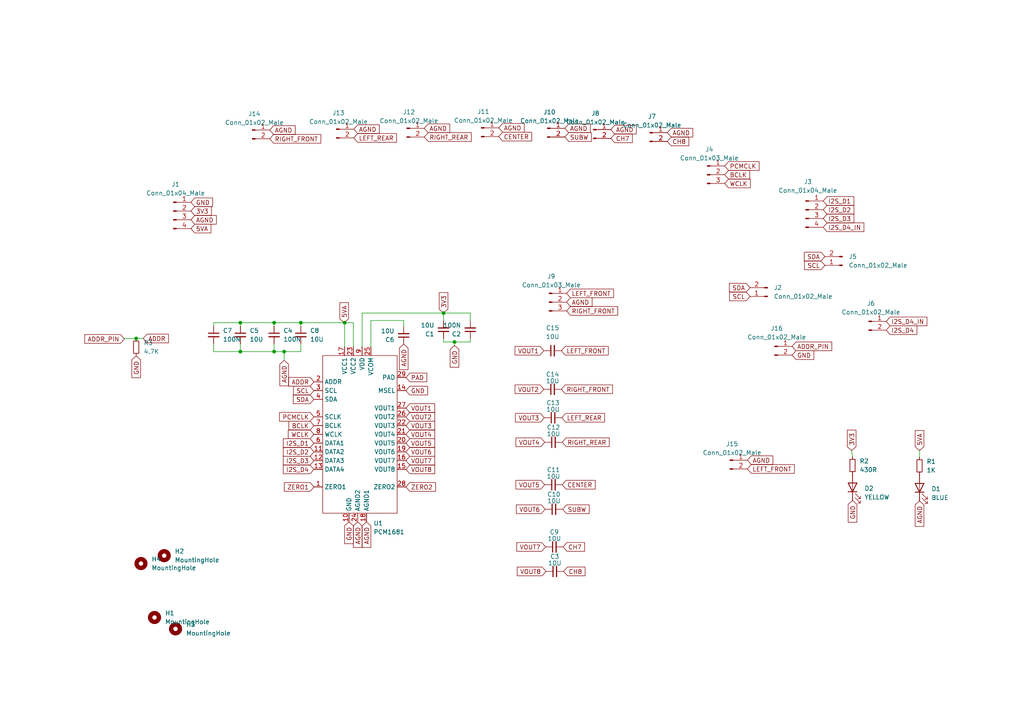
<source format=kicad_sch>
(kicad_sch (version 20230121) (generator eeschema)
  (paper "A4")
  (lib_symbols
    (symbol "Analog_DAC:PCM1681"
      (property "Reference" "U" (at -2.54 22.86 0))
      (property "Value" "PCM1681" (at -2.54 -11.43 0))
      (symbol "PCM1681_0_1"
        (polyline (pts (xy -12.7 36.83) (xy -12.7 44.45) (xy 8.89 44.45) (xy 8.89 -1.27) (xy -12.7 -1.27) (xy -12.7 36.83)))
      )
      (symbol "PCM1681_1_1"
        (pin output line (at -15.24 6.35 0) (length 2.54) (name "ZERO1") (number "1"))
        (pin input line (at -5.08 -3.81 90) (length 2.54) (name "GND") (number "10"))
        (pin input line (at -15.24 16.51 0) (length 2.54) (name "DATA2") (number "11"))
        (pin input line (at -15.24 13.97 0) (length 2.54) (name "DATA3") (number "12"))
        (pin input line (at -15.24 11.43 0) (length 2.54) (name "DATA4") (number "13"))
        (pin input line (at 11.43 34.29 180) (length 2.54) (name "MSEL") (number "14"))
        (pin output line (at 11.43 11.43 180) (length 2.54) (name "VOUT8") (number "15"))
        (pin output line (at 11.43 13.97 180) (length 2.54) (name "VOUT7") (number "16"))
        (pin output line (at -6.35 46.99 270) (length 2.54) (name "VCC1") (number "17"))
        (pin input line (at 0 -3.81 90) (length 2.54) (name "AGND1") (number "18"))
        (pin output line (at 11.43 16.51 180) (length 2.54) (name "VOUT6") (number "19"))
        (pin output line (at -15.24 36.83 0) (length 2.54) (name "ADDR") (number "2"))
        (pin output line (at 11.43 19.05 180) (length 2.54) (name "VOUT5") (number "20"))
        (pin output line (at 11.43 21.59 180) (length 2.54) (name "VOUT4") (number "21"))
        (pin output line (at 11.43 24.13 180) (length 2.54) (name "VOUT3") (number "22"))
        (pin output line (at -3.81 46.99 270) (length 2.54) (name "VCC2") (number "23"))
        (pin input line (at -2.54 -3.81 90) (length 2.54) (name "AGND2") (number "24"))
        (pin output line (at 1.27 46.99 270) (length 2.54) (name "VCOM") (number "25"))
        (pin output line (at 11.43 26.67 180) (length 2.54) (name "VOUT2") (number "26"))
        (pin output line (at 11.43 29.21 180) (length 2.54) (name "VOUT1") (number "27"))
        (pin output line (at 11.43 6.35 180) (length 2.54) (name "ZERO2") (number "28"))
        (pin input line (at 11.43 38.1 180) (length 2.54) (name "PAD") (number "29"))
        (pin input line (at -15.24 34.29 0) (length 2.54) (name "SCL") (number "3"))
        (pin input line (at -15.24 31.75 0) (length 2.54) (name "SDA") (number "4"))
        (pin input line (at -15.24 26.67 0) (length 2.54) (name "SCLK") (number "5"))
        (pin input line (at -15.24 19.05 0) (length 2.54) (name "DATA1") (number "6"))
        (pin input line (at -15.24 24.13 0) (length 2.54) (name "BCLK") (number "7"))
        (pin input line (at -15.24 21.59 0) (length 2.54) (name "WCLK") (number "8"))
        (pin input line (at -1.27 46.99 270) (length 2.54) (name "VDD") (number "9"))
      )
    )
    (symbol "Connector:Conn_01x02_Male" (pin_names (offset 1.016) hide)
      (property "Reference" "J" (at 0 2.54 0))
      (property "Value" "Conn_01x02_Male" (at 0 -5.08 0))
      (symbol "Conn_01x02_Male_1_1"
        (polyline (pts (xy 1.27 -2.54) (xy 0.8636 -2.54)) (stroke (width 0.1524)))
        (polyline (pts (xy 1.27 0) (xy 0.8636 0)) (stroke (width 0.1524)))
        (rectangle (start 0.8636 -2.413) (end 0 -2.667) (stroke (width 0.1524)) (fill (type outline)))
        (rectangle (start 0.8636 0.127) (end 0 -0.127) (stroke (width 0.1524)) (fill (type outline)))
        (pin passive line (at 5.08 0 180) (length 3.81) (name "Pin_1") (number "1"))
        (pin passive line (at 5.08 -2.54 180) (length 3.81) (name "Pin_2") (number "2"))
      )
    )
    (symbol "Connector:Conn_01x03_Male" (pin_names (offset 1.016) hide)
      (property "Reference" "J" (at 0 5.08 0))
      (property "Value" "Conn_01x03_Male" (at 0 -5.08 0))
      (symbol "Conn_01x03_Male_1_1"
        (polyline (pts (xy 1.27 -2.54) (xy 0.8636 -2.54)) (stroke (width 0.1524)))
        (polyline (pts (xy 1.27 0) (xy 0.8636 0)) (stroke (width 0.1524)))
        (polyline (pts (xy 1.27 2.54) (xy 0.8636 2.54)) (stroke (width 0.1524)))
        (rectangle (start 0.8636 -2.413) (end 0 -2.667) (stroke (width 0.1524)) (fill (type outline)))
        (rectangle (start 0.8636 0.127) (end 0 -0.127) (stroke (width 0.1524)) (fill (type outline)))
        (rectangle (start 0.8636 2.667) (end 0 2.413) (stroke (width 0.1524)) (fill (type outline)))
        (pin passive line (at 5.08 2.54 180) (length 3.81) (name "Pin_1") (number "1"))
        (pin passive line (at 5.08 0 180) (length 3.81) (name "Pin_2") (number "2"))
        (pin passive line (at 5.08 -2.54 180) (length 3.81) (name "Pin_3") (number "3"))
      )
    )
    (symbol "Connector:Conn_01x04_Male" (pin_names (offset 1.016) hide)
      (property "Reference" "J" (at 0 5.08 0))
      (property "Value" "Conn_01x04_Male" (at 0 -7.62 0))
      (symbol "Conn_01x04_Male_1_1"
        (polyline (pts (xy 1.27 -5.08) (xy 0.8636 -5.08)) (stroke (width 0.1524)))
        (polyline (pts (xy 1.27 -2.54) (xy 0.8636 -2.54)) (stroke (width 0.1524)))
        (polyline (pts (xy 1.27 0) (xy 0.8636 0)) (stroke (width 0.1524)))
        (polyline (pts (xy 1.27 2.54) (xy 0.8636 2.54)) (stroke (width 0.1524)))
        (rectangle (start 0.8636 -4.953) (end 0 -5.207) (stroke (width 0.1524)) (fill (type outline)))
        (rectangle (start 0.8636 -2.413) (end 0 -2.667) (stroke (width 0.1524)) (fill (type outline)))
        (rectangle (start 0.8636 0.127) (end 0 -0.127) (stroke (width 0.1524)) (fill (type outline)))
        (rectangle (start 0.8636 2.667) (end 0 2.413) (stroke (width 0.1524)) (fill (type outline)))
        (pin passive line (at 5.08 2.54 180) (length 3.81) (name "Pin_1") (number "1"))
        (pin passive line (at 5.08 0 180) (length 3.81) (name "Pin_2") (number "2"))
        (pin passive line (at 5.08 -2.54 180) (length 3.81) (name "Pin_3") (number "3"))
        (pin passive line (at 5.08 -5.08 180) (length 3.81) (name "Pin_4") (number "4"))
      )
    )
    (symbol "Device:C_Small" (pin_numbers hide) (pin_names (offset 0.254) hide)
      (property "Reference" "C" (at 0.254 1.778 0))
      (property "Value" "C_Small" (at 0.254 -2.032 0))
      (symbol "C_Small_0_1"
        (polyline (pts (xy -1.524 -0.508) (xy 1.524 -0.508)) (stroke (width 0.3302)))
        (polyline (pts (xy -1.524 0.508) (xy 1.524 0.508)) (stroke (width 0.3048)))
      )
      (symbol "C_Small_1_1"
        (pin passive line (at 0 2.54 270) (length 2.032) (name "~") (number "1"))
        (pin passive line (at 0 -2.54 90) (length 2.032) (name "~") (number "2"))
      )
    )
    (symbol "Device:LED" (pin_numbers hide) (pin_names (offset 1.016) hide)
      (property "Reference" "D" (at 0 2.54 0))
      (property "Value" "LED" (at 0 -2.54 0))
      (symbol "LED_0_1"
        (polyline (pts (xy -1.27 -1.27) (xy -1.27 1.27)) (stroke (width 0.254)))
        (polyline (pts (xy -1.27 0) (xy 1.27 0)))
        (polyline (pts (xy 1.27 -1.27) (xy 1.27 1.27) (xy -1.27 0) (xy 1.27 -1.27)) (stroke (width 0.254)))
        (polyline (pts (xy -3.048 -0.762) (xy -4.572 -2.286) (xy -3.81 -2.286) (xy -4.572 -2.286) (xy -4.572 -1.524)))
        (polyline (pts (xy -1.778 -0.762) (xy -3.302 -2.286) (xy -2.54 -2.286) (xy -3.302 -2.286) (xy -3.302 -1.524)))
      )
      (symbol "LED_1_1"
        (pin passive line (at -3.81 0 0) (length 2.54) (name "K") (number "1"))
        (pin passive line (at 3.81 0 180) (length 2.54) (name "A") (number "2"))
      )
    )
    (symbol "Device:R_Small" (pin_numbers hide) (pin_names (offset 0.254) hide)
      (property "Reference" "R" (at 0.762 0.508 0))
      (property "Value" "R_Small" (at 0.762 -1.016 0))
      (symbol "R_Small_0_1"
        (rectangle (start -0.762 1.778) (end 0.762 -1.778) (stroke (width 0.2032)))
      )
      (symbol "R_Small_1_1"
        (pin passive line (at 0 2.54 270) (length 0.762) (name "~") (number "1"))
        (pin passive line (at 0 -2.54 90) (length 0.762) (name "~") (number "2"))
      )
    )
    (symbol "Mechanical:MountingHole" (pin_names (offset 1.016))
      (property "Reference" "H" (at 0 5.08 0))
      (property "Value" "MountingHole" (at 0 3.175 0))
      (symbol "MountingHole_0_1"
        (circle (center 0 0) (radius 1.27) (stroke (width 1.27)))
      )
    )
  )
  (junction (at 87.249 93.599))
  (junction (at 99.949 93.599))
  (junction (at 69.723 93.599))
  (junction (at 82.423 101.981))
  (junction (at 79.502 101.981))
  (junction (at 39.497 98.171))
  (junction (at 69.723 101.981))
  (junction (at 131.826 99.187))
  (junction (at 79.502 93.599))
  (junction (at 128.651 90.805))
  (wire (pts (xy 136.398 90.805) (xy 128.651 90.805)))
  (wire (pts (xy 128.651 93.091) (xy 128.651 90.805)))
  (wire (pts (xy 79.502 94.615) (xy 79.502 93.599)))
  (wire (pts (xy 36.068 98.171) (xy 36.068 98.298)))
  (wire (pts (xy 39.497 98.171) (xy 41.529 98.171)))
  (wire (pts (xy 79.502 93.599) (xy 87.249 93.599)))
  (wire (pts (xy 69.723 101.981) (xy 79.502 101.981)))
  (wire (pts (xy 117.094 92.964) (xy 117.094 94.742)))
  (wire (pts (xy 69.723 99.695) (xy 69.723 101.981)))
  (wire (pts (xy 102.489 100.584) (xy 102.489 93.599)))
  (wire (pts (xy 87.249 101.981) (xy 82.423 101.981)))
  (wire (pts (xy 39.497 98.171) (xy 36.068 98.171)))
  (wire (pts (xy 99.949 100.584) (xy 99.949 93.599)))
  (wire (pts (xy 128.651 99.187) (xy 128.651 98.171)))
  (wire (pts (xy 87.249 99.695) (xy 87.249 101.981)))
  (wire (pts (xy 82.423 101.981) (xy 79.502 101.981)))
  (wire (pts (xy 107.569 92.964) (xy 117.094 92.964)))
  (wire (pts (xy 69.723 93.599) (xy 79.502 93.599)))
  (wire (pts (xy 82.423 101.981) (xy 82.423 104.521)))
  (wire (pts (xy 136.398 99.187) (xy 131.826 99.187)))
  (wire (pts (xy 61.976 94.615) (xy 61.976 93.599)))
  (wire (pts (xy 61.976 93.599) (xy 69.723 93.599)))
  (wire (pts (xy 247.015 130.683) (xy 247.269 132.461)))
  (wire (pts (xy 61.976 101.981) (xy 69.723 101.981)))
  (wire (pts (xy 136.398 98.171) (xy 136.398 99.187)))
  (wire (pts (xy 105.029 100.584) (xy 105.029 90.805)))
  (wire (pts (xy 79.502 101.981) (xy 79.502 99.695)))
  (wire (pts (xy 136.398 90.805) (xy 136.398 93.091)))
  (wire (pts (xy 131.826 99.187) (xy 128.651 99.187)))
  (wire (pts (xy 69.723 93.599) (xy 69.723 94.615)))
  (wire (pts (xy 87.249 93.599) (xy 87.249 94.615)))
  (wire (pts (xy 102.489 93.599) (xy 99.949 93.599)))
  (wire (pts (xy 107.569 100.584) (xy 107.569 92.964)))
  (wire (pts (xy 105.029 90.805) (xy 128.651 90.805)))
  (wire (pts (xy 61.976 101.981) (xy 61.976 99.695)))
  (wire (pts (xy 266.7 130.683) (xy 266.7 132.588)))
  (wire (pts (xy 87.249 93.599) (xy 99.949 93.599)))
  (wire (pts (xy 131.826 99.187) (xy 131.826 100.203)))
  (global_label "VOUT8" (shape input) (at 117.729 136.144 0) (property "Intersheetrefs" "${INTERSHEET_REFS}" (effects hide)))
  (global_label "SCL" (shape input) (at 91.059 113.284 180) (property "Intersheetrefs" "${INTERSHEET_REFS}" (effects hide)))
  (global_label "I2S_D3" (shape input) (at 91.059 133.604 180) (property "Intersheetrefs" "${INTERSHEET_REFS}" (effects hide)))
  (global_label "I2S_D2" (shape input) (at 238.76 60.833 0) (property "Intersheetrefs" "${INTERSHEET_REFS}" (effects hide)))
  (global_label "VOUT4" (shape input) (at 157.988 128.27 180) (property "Intersheetrefs" "${INTERSHEET_REFS}" (effects hide)))
  (global_label "LEFT_REAR" (shape input) (at 102.616 40.005 0) (property "Intersheetrefs" "${INTERSHEET_REFS}" (effects hide)))
  (global_label "VOUT2" (shape input) (at 117.729 120.904 0) (property "Intersheetrefs" "${INTERSHEET_REFS}" (effects hide)))
  (global_label "RIGHT_REAR" (shape input) (at 163.068 128.27 0) (property "Intersheetrefs" "${INTERSHEET_REFS}" (effects hide)))
  (global_label "AGND" (shape input) (at 163.83 37.211 0) (property "Intersheetrefs" "${INTERSHEET_REFS}" (effects hide)))
  (global_label "VOUT6" (shape input) (at 117.729 131.064 0) (property "Intersheetrefs" "${INTERSHEET_REFS}" (effects hide)))
  (global_label "LEFT_FRONT" (shape input) (at 164.338 85.09 0) (property "Intersheetrefs" "${INTERSHEET_REFS}" (effects hide)))
  (global_label "SDA" (shape input) (at 217.551 83.439 180) (property "Intersheetrefs" "${INTERSHEET_REFS}" (effects hide)))
  (global_label "AGND" (shape input) (at 177.165 37.592 0) (property "Intersheetrefs" "${INTERSHEET_REFS}" (effects hide)))
  (global_label "RIGHT_FRONT" (shape input) (at 164.338 90.17 0) (property "Intersheetrefs" "${INTERSHEET_REFS}" (effects hide)))
  (global_label "BCLK" (shape input) (at 210.185 50.673 0) (property "Intersheetrefs" "${INTERSHEET_REFS}" (effects hide)))
  (global_label "I2S_D4_IN" (shape input) (at 257.048 93.218 0) (property "Intersheetrefs" "${INTERSHEET_REFS}" (effects hide)))
  (global_label "LEFT_REAR" (shape input) (at 162.941 121.158 0) (property "Intersheetrefs" "${INTERSHEET_REFS}" (effects hide)))
  (global_label "I2S_D4" (shape input) (at 257.048 95.758 0) (property "Intersheetrefs" "${INTERSHEET_REFS}" (effects hide)))
  (global_label "CENTER" (shape input) (at 144.653 39.624 0) (property "Intersheetrefs" "${INTERSHEET_REFS}" (effects hide)))
  (global_label "I2S_D4" (shape input) (at 91.059 136.144 180) (property "Intersheetrefs" "${INTERSHEET_REFS}" (effects hide)))
  (global_label "GND" (shape input) (at 39.497 103.251 270) (property "Intersheetrefs" "${INTERSHEET_REFS}" (effects hide)))
  (global_label "AGND" (shape input) (at 103.759 151.384 270) (property "Intersheetrefs" "${INTERSHEET_REFS}" (effects hide)))
  (global_label "AGND" (shape input) (at 144.653 37.084 0) (property "Intersheetrefs" "${INTERSHEET_REFS}" (effects hide)))
  (global_label "WCLK" (shape input) (at 210.185 53.213 0) (property "Intersheetrefs" "${INTERSHEET_REFS}" (effects hide)))
  (global_label "PCMCLK" (shape input) (at 210.185 48.133 0) (property "Intersheetrefs" "${INTERSHEET_REFS}" (effects hide)))
  (global_label "AGND" (shape input) (at 82.423 104.521 270) (property "Intersheetrefs" "${INTERSHEET_REFS}" (effects hide)))
  (global_label "5VA" (shape input) (at 99.822 93.599 90) (property "Intersheetrefs" "${INTERSHEET_REFS}" (effects hide)))
  (global_label "SDA" (shape input) (at 239.268 74.422 180) (property "Intersheetrefs" "${INTERSHEET_REFS}" (effects hide)))
  (global_label "VOUT3" (shape input) (at 117.729 123.444 0) (property "Intersheetrefs" "${INTERSHEET_REFS}" (effects hide)))
  (global_label "GND" (shape input) (at 101.219 151.384 270) (property "Intersheetrefs" "${INTERSHEET_REFS}" (effects hide)))
  (global_label "5VA" (shape input) (at 55.372 66.294 0) (property "Intersheetrefs" "${INTERSHEET_REFS}" (effects hide)))
  (global_label "AGND" (shape input) (at 78.232 37.719 0) (property "Intersheetrefs" "${INTERSHEET_REFS}" (effects hide)))
  (global_label "I2S_D1" (shape input) (at 91.059 128.524 180) (property "Intersheetrefs" "${INTERSHEET_REFS}" (effects hide)))
  (global_label "CH7" (shape input) (at 177.165 40.132 0) (property "Intersheetrefs" "${INTERSHEET_REFS}" (effects hide)))
  (global_label "LEFT_FRONT" (shape input) (at 216.789 136.017 0) (property "Intersheetrefs" "${INTERSHEET_REFS}" (effects hide)))
  (global_label "SUBW" (shape input) (at 163.83 39.751 0) (property "Intersheetrefs" "${INTERSHEET_REFS}" (effects hide)))
  (global_label "AGND" (shape input) (at 216.789 133.477 0) (property "Intersheetrefs" "${INTERSHEET_REFS}" (effects hide)))
  (global_label "AGND" (shape input) (at 193.548 38.481 0) (property "Intersheetrefs" "${INTERSHEET_REFS}" (effects hide)))
  (global_label "AGND" (shape input) (at 102.616 37.465 0) (property "Intersheetrefs" "${INTERSHEET_REFS}" (effects hide)))
  (global_label "ZERO2" (shape input) (at 117.729 141.224 0) (property "Intersheetrefs" "${INTERSHEET_REFS}" (effects hide)))
  (global_label "LEFT_FRONT" (shape input) (at 162.814 101.727 0) (property "Intersheetrefs" "${INTERSHEET_REFS}" (effects hide)))
  (global_label "VOUT5" (shape input) (at 117.729 128.524 0) (property "Intersheetrefs" "${INTERSHEET_REFS}" (effects hide)))
  (global_label "GND" (shape input) (at 229.743 102.997 0) (property "Intersheetrefs" "${INTERSHEET_REFS}" (effects hide)))
  (global_label "3V3" (shape input) (at 55.372 61.214 0) (property "Intersheetrefs" "${INTERSHEET_REFS}" (effects hide)))
  (global_label "AGND" (shape input) (at 123.063 37.211 0) (property "Intersheetrefs" "${INTERSHEET_REFS}" (effects hide)))
  (global_label "ADDR" (shape input) (at 41.529 98.171 0) (property "Intersheetrefs" "${INTERSHEET_REFS}" (effects hide)))
  (global_label "AGND" (shape input) (at 117.094 99.822 270) (property "Intersheetrefs" "${INTERSHEET_REFS}" (effects hide)))
  (global_label "RIGHT_FRONT" (shape input) (at 162.814 112.903 0) (property "Intersheetrefs" "${INTERSHEET_REFS}" (effects hide)))
  (global_label "VOUT2" (shape input) (at 157.734 112.903 180) (property "Intersheetrefs" "${INTERSHEET_REFS}" (effects hide)))
  (global_label "ADDR_PIN" (shape input) (at 229.743 100.457 0) (property "Intersheetrefs" "${INTERSHEET_REFS}" (effects hide)))
  (global_label "3V3" (shape input) (at 128.651 90.805 90) (property "Intersheetrefs" "${INTERSHEET_REFS}" (effects hide)))
  (global_label "VOUT8" (shape input) (at 158.369 165.735 180) (property "Intersheetrefs" "${INTERSHEET_REFS}" (effects hide)))
  (global_label "I2S_D1" (shape input) (at 238.76 58.293 0) (property "Intersheetrefs" "${INTERSHEET_REFS}" (effects hide)))
  (global_label "WCLK" (shape input) (at 91.059 125.984 180) (property "Intersheetrefs" "${INTERSHEET_REFS}" (effects hide)))
  (global_label "GND" (shape input) (at 131.826 100.203 270) (property "Intersheetrefs" "${INTERSHEET_REFS}" (effects hide)))
  (global_label "AGND" (shape input) (at 266.7 145.288 270) (property "Intersheetrefs" "${INTERSHEET_REFS}" (effects hide)))
  (global_label "5VA" (shape input) (at 266.7 130.683 90) (property "Intersheetrefs" "${INTERSHEET_REFS}" (effects hide)))
  (global_label "CENTER" (shape input) (at 163.068 140.589 0) (property "Intersheetrefs" "${INTERSHEET_REFS}" (effects hide)))
  (global_label "I2S_D4_IN" (shape input) (at 238.76 65.913 0) (property "Intersheetrefs" "${INTERSHEET_REFS}" (effects hide)))
  (global_label "VOUT7" (shape input) (at 117.729 133.604 0) (property "Intersheetrefs" "${INTERSHEET_REFS}" (effects hide)))
  (global_label "GND" (shape input) (at 117.729 113.284 0) (property "Intersheetrefs" "${INTERSHEET_REFS}" (effects hide)))
  (global_label "PAD" (shape input) (at 117.729 109.474 0) (property "Intersheetrefs" "${INTERSHEET_REFS}" (effects hide)))
  (global_label "ZERO1" (shape input) (at 91.059 141.224 180) (property "Intersheetrefs" "${INTERSHEET_REFS}" (effects hide)))
  (global_label "ADDR_PIN" (shape input) (at 36.068 98.298 180) (property "Intersheetrefs" "${INTERSHEET_REFS}" (effects hide)))
  (global_label "I2S_D3" (shape input) (at 238.76 63.373 0) (property "Intersheetrefs" "${INTERSHEET_REFS}" (effects hide)))
  (global_label "PCMCLK" (shape input) (at 91.059 120.904 180) (property "Intersheetrefs" "${INTERSHEET_REFS}" (effects hide)))
  (global_label "GND" (shape input) (at 55.372 58.674 0) (property "Intersheetrefs" "${INTERSHEET_REFS}" (effects hide)))
  (global_label "RIGHT_FRONT" (shape input) (at 78.232 40.259 0) (property "Intersheetrefs" "${INTERSHEET_REFS}" (effects hide)))
  (global_label "I2S_D2" (shape input) (at 91.059 131.064 180) (property "Intersheetrefs" "${INTERSHEET_REFS}" (effects hide)))
  (global_label "VOUT6" (shape input) (at 158.115 147.701 180) (property "Intersheetrefs" "${INTERSHEET_REFS}" (effects hide)))
  (global_label "VOUT4" (shape input) (at 117.729 125.984 0) (property "Intersheetrefs" "${INTERSHEET_REFS}" (effects hide)))
  (global_label "AGND" (shape input) (at 55.372 63.754 0) (property "Intersheetrefs" "${INTERSHEET_REFS}" (effects hide)))
  (global_label "AGND" (shape input) (at 106.299 151.384 270) (property "Intersheetrefs" "${INTERSHEET_REFS}" (effects hide)))
  (global_label "VOUT7" (shape input) (at 158.242 158.623 180) (property "Intersheetrefs" "${INTERSHEET_REFS}" (effects hide)))
  (global_label "3V3" (shape input) (at 247.015 130.683 90) (property "Intersheetrefs" "${INTERSHEET_REFS}" (effects hide)))
  (global_label "ADDR" (shape input) (at 91.059 110.744 180) (property "Intersheetrefs" "${INTERSHEET_REFS}" (effects hide)))
  (global_label "RIGHT_REAR" (shape input) (at 123.063 39.751 0) (property "Intersheetrefs" "${INTERSHEET_REFS}" (effects hide)))
  (global_label "SCL" (shape input) (at 239.268 76.962 180) (property "Intersheetrefs" "${INTERSHEET_REFS}" (effects hide)))
  (global_label "BCLK" (shape input) (at 91.059 123.444 180) (property "Intersheetrefs" "${INTERSHEET_REFS}" (effects hide)))
  (global_label "VOUT5" (shape input) (at 157.988 140.589 180) (property "Intersheetrefs" "${INTERSHEET_REFS}" (effects hide)))
  (global_label "VOUT1" (shape input) (at 117.729 118.364 0) (property "Intersheetrefs" "${INTERSHEET_REFS}" (effects hide)))
  (global_label "SDA" (shape input) (at 91.059 115.824 180) (property "Intersheetrefs" "${INTERSHEET_REFS}" (effects hide)))
  (global_label "VOUT3" (shape input) (at 157.861 121.158 180) (property "Intersheetrefs" "${INTERSHEET_REFS}" (effects hide)))
  (global_label "CH8" (shape input) (at 163.449 165.735 0) (property "Intersheetrefs" "${INTERSHEET_REFS}" (effects hide)))
  (global_label "GND" (shape input) (at 247.269 145.161 270) (property "Intersheetrefs" "${INTERSHEET_REFS}" (effects hide)))
  (global_label "CH7" (shape input) (at 163.322 158.623 0) (property "Intersheetrefs" "${INTERSHEET_REFS}" (effects hide)))
  (global_label "SCL" (shape input) (at 217.551 85.979 180) (property "Intersheetrefs" "${INTERSHEET_REFS}" (effects hide)))
  (global_label "SUBW" (shape input) (at 163.195 147.701 0) (property "Intersheetrefs" "${INTERSHEET_REFS}" (effects hide)))
  (global_label "AGND" (shape input) (at 164.338 87.63 0) (property "Intersheetrefs" "${INTERSHEET_REFS}" (effects hide)))
  (global_label "VOUT1" (shape input) (at 157.734 101.727 180) (property "Intersheetrefs" "${INTERSHEET_REFS}" (effects hide)))
  (global_label "CH8" (shape input) (at 193.548 41.021 0) (property "Intersheetrefs" "${INTERSHEET_REFS}" (effects hide)))
  (symbol (lib_id "Device:C_Small") (at 160.909 165.735 90) (unit 1)
    (property "Reference" "C3" (at 160.909 161.417 90))
    (property "Value" "10U" (at 160.909 163.322 90))
    (property "Footprint" "Capacitor_THT:CP_Radial_D5.0mm_P2.00mm" (effects hide))
  )
  (symbol (lib_id "Device:C_Small") (at 136.398 95.631 180) (unit 1)
    (property "Reference" "C2" (at 133.731 96.8948 0) (effects (justify left)))
    (property "Value" "100N" (at 133.731 94.3548 0) (effects (justify left)))
    (property "Footprint" "Capacitor_SMD:C_0805_2012Metric_Pad1.18x1.45mm_HandSolder" (effects hide))
  )
  (symbol (lib_id "Connector:Conn_01x02_Male") (at 117.983 37.211 0) (unit 1)
    (property "Reference" "J12" (at 118.618 32.512 0))
    (property "Value" "Conn_01x02_Male" (at 118.618 35.052 0))
    (property "Footprint" "Connector_JST:JST_PH_B2B-PH-K_1x02_P2.00mm_Vertical" (effects hide))
  )
  (symbol (lib_id "Device:C_Small") (at 79.502 97.155 0) (unit 1)
    (property "Reference" "C4" (at 82.169 95.8912 0) (effects (justify left)))
    (property "Value" "100N" (at 82.169 98.4312 0) (effects (justify left)))
    (property "Footprint" "Capacitor_SMD:C_0805_2012Metric_Pad1.18x1.45mm_HandSolder" (effects hide))
  )
  (symbol (lib_id "Connector:Conn_01x02_Male") (at 158.75 37.211 0) (unit 1)
    (property "Reference" "J10" (at 159.385 32.512 0))
    (property "Value" "Conn_01x02_Male" (at 159.385 35.052 0))
    (property "Footprint" "Connector_JST:JST_PH_B2B-PH-K_1x02_P2.00mm_Vertical" (effects hide))
  )
  (symbol (lib_id "Connector:Conn_01x02_Male") (at 211.709 133.477 0) (unit 1)
    (property "Reference" "J15" (at 212.344 128.778 0))
    (property "Value" "Conn_01x02_Male" (at 212.344 131.318 0))
    (property "Footprint" "Connector_JST:JST_PH_B2B-PH-K_1x02_P2.00mm_Vertical" (effects hide))
  )
  (symbol (lib_id "Connector:Conn_01x03_Male") (at 205.105 50.673 0) (unit 1)
    (property "Reference" "J4" (at 205.74 43.307 0))
    (property "Value" "Conn_01x03_Male" (at 205.74 45.847 0))
    (property "Footprint" "Connector_JST:JST_PH_B3B-PH-K_1x03_P2.00mm_Vertical" (effects hide))
  )
  (symbol (lib_id "Device:C_Small") (at 160.274 112.903 90) (unit 1)
    (property "Reference" "C14" (at 160.274 108.585 90))
    (property "Value" "10U" (at 160.274 110.49 90))
    (property "Footprint" "Capacitor_THT:CP_Radial_D5.0mm_P2.00mm" (effects hide))
  )
  (symbol (lib_id "Device:R_Small") (at 247.269 135.001 0) (unit 1)
    (property "Reference" "R2" (at 249.301 133.7309 0) (effects (justify left)))
    (property "Value" "430R" (at 249.301 136.2709 0) (effects (justify left)))
    (property "Footprint" "Resistor_SMD:R_0603_1608Metric_Pad0.98x0.95mm_HandSolder" (effects hide))
  )
  (symbol (lib_id "Device:C_Small") (at 117.094 97.282 180) (unit 1)
    (property "Reference" "C6" (at 114.427 98.5458 0) (effects (justify left)))
    (property "Value" "10U" (at 114.427 96.0058 0) (effects (justify left)))
    (property "Footprint" "Capacitor_SMD:C_1206_3216Metric_Pad1.33x1.80mm_HandSolder" (effects hide))
  )
  (symbol (lib_id "Mechanical:MountingHole") (at 47.625 161.163 0) (unit 1)
    (property "Reference" "H2" (at 50.673 159.8929 0) (effects (justify left)))
    (property "Value" "MountingHole" (at 50.673 162.4329 0) (effects (justify left)))
    (property "Footprint" "MountingHole:MountingHole_3.2mm_M3" (effects hide))
  )
  (symbol (lib_id "Device:C_Small") (at 160.274 101.727 90) (unit 1)
    (property "Reference" "C15" (at 160.2803 95.123 90))
    (property "Value" "10U" (at 160.2803 97.663 90))
    (property "Footprint" "Capacitor_THT:CP_Radial_D5.0mm_P2.00mm" (effects hide))
  )
  (symbol (lib_id "Connector:Conn_01x02_Male") (at 139.573 37.084 0) (unit 1)
    (property "Reference" "J11" (at 140.208 32.385 0))
    (property "Value" "Conn_01x02_Male" (at 140.208 34.925 0))
    (property "Footprint" "Connector_JST:JST_PH_B2B-PH-K_1x02_P2.00mm_Vertical" (effects hide))
  )
  (symbol (lib_id "Device:C_Small") (at 160.528 140.589 90) (unit 1)
    (property "Reference" "C11" (at 160.528 136.271 90))
    (property "Value" "10U" (at 160.528 138.176 90))
    (property "Footprint" "Capacitor_THT:CP_Radial_D5.0mm_P2.00mm" (effects hide))
  )
  (symbol (lib_id "Device:R_Small") (at 266.7 135.128 0) (unit 1)
    (property "Reference" "R1" (at 268.732 133.8579 0) (effects (justify left)))
    (property "Value" "1K" (at 268.732 136.3979 0) (effects (justify left)))
    (property "Footprint" "Resistor_SMD:R_0603_1608Metric_Pad0.98x0.95mm_HandSolder" (effects hide))
  )
  (symbol (lib_id "Connector:Conn_01x02_Male") (at 224.663 100.457 0) (unit 1)
    (property "Reference" "J16" (at 225.298 95.25 0))
    (property "Value" "Conn_01x02_Male" (at 225.298 97.79 0))
    (property "Footprint" "Connector_PinHeader_2.54mm:PinHeader_1x02_P2.54mm_Vertical" (effects hide))
  )
  (symbol (lib_id "Device:LED") (at 266.7 141.478 90) (unit 1)
    (property "Reference" "D1" (at 270.129 141.7954 90) (effects (justify right)))
    (property "Value" "BLUE" (at 270.129 144.3354 90) (effects (justify right)))
    (property "Footprint" "LED_SMD:LED_0805_2012Metric_Pad1.15x1.40mm_HandSolder" (effects hide))
  )
  (symbol (lib_id "Connector:Conn_01x02_Male") (at 222.631 85.979 180) (unit 1)
    (property "Reference" "J2" (at 224.409 83.4389 0) (effects (justify right)))
    (property "Value" "Conn_01x02_Male" (at 224.409 85.9789 0) (effects (justify right)))
    (property "Footprint" "Connector_JST:JST_PH_B2B-PH-K_1x02_P2.00mm_Vertical" (effects hide))
  )
  (symbol (lib_id "Connector:Conn_01x02_Male") (at 73.152 37.719 0) (unit 1)
    (property "Reference" "J14" (at 73.787 33.02 0))
    (property "Value" "Conn_01x02_Male" (at 73.787 35.56 0))
    (property "Footprint" "Connector_JST:JST_PH_B2B-PH-K_1x02_P2.00mm_Vertical" (effects hide))
  )
  (symbol (lib_id "Device:C_Small") (at 160.655 147.701 90) (unit 1)
    (property "Reference" "C10" (at 160.655 143.383 90))
    (property "Value" "10U" (at 160.655 145.288 90))
    (property "Footprint" "Capacitor_THT:CP_Radial_D5.0mm_P2.00mm" (effects hide))
  )
  (symbol (lib_id "Device:C_Small") (at 128.651 95.631 180) (unit 1)
    (property "Reference" "C1" (at 125.984 96.8948 0) (effects (justify left)))
    (property "Value" "10U" (at 125.984 94.3548 0) (effects (justify left)))
    (property "Footprint" "Capacitor_SMD:C_1206_3216Metric_Pad1.33x1.80mm_HandSolder" (effects hide))
  )
  (symbol (lib_id "Connector:Conn_01x03_Male") (at 159.258 87.63 0) (unit 1)
    (property "Reference" "J9" (at 159.893 80.137 0))
    (property "Value" "Conn_01x03_Male" (at 159.893 82.677 0))
    (property "Footprint" "Connector_PinHeader_2.54mm:PinHeader_1x03_P2.54mm_Vertical" (effects hide))
  )
  (symbol (lib_id "Connector:Conn_01x04_Male") (at 233.68 60.833 0) (unit 1)
    (property "Reference" "J3" (at 234.315 52.705 0))
    (property "Value" "Conn_01x04_Male" (at 234.315 55.245 0))
    (property "Footprint" "Connector_JST:JST_PH_B4B-PH-K_1x04_P2.00mm_Vertical" (effects hide))
  )
  (symbol (lib_id "Device:C_Small") (at 160.528 128.27 90) (unit 1)
    (property "Reference" "C12" (at 160.528 123.952 90))
    (property "Value" "10U" (at 160.528 125.857 90))
    (property "Footprint" "Capacitor_THT:CP_Radial_D5.0mm_P2.00mm" (effects hide))
  )
  (symbol (lib_id "Device:C_Small") (at 160.782 158.623 90) (unit 1)
    (property "Reference" "C9" (at 160.782 154.305 90))
    (property "Value" "10U" (at 160.782 156.21 90))
    (property "Footprint" "Capacitor_THT:CP_Radial_D5.0mm_P2.00mm" (effects hide))
  )
  (symbol (lib_id "Device:LED") (at 247.269 141.351 90) (unit 1)
    (property "Reference" "D2" (at 250.698 141.6684 90) (effects (justify right)))
    (property "Value" "YELLOW" (at 250.698 144.2084 90) (effects (justify right)))
    (property "Footprint" "LED_SMD:LED_0805_2012Metric_Pad1.15x1.40mm_HandSolder" (effects hide))
  )
  (symbol (lib_id "Analog_DAC:PCM1681") (at 106.299 147.574 0) (unit 1)
    (property "Reference" "U1" (at 108.3184 151.765 0) (effects (justify left)))
    (property "Value" "PCM1681" (at 108.3184 154.305 0) (effects (justify left)))
    (property "Footprint" "Package_SO:HTSSOP-28-1EP_4.4x9.7mm_P0.65mm_EP3.4x9.5mm_Mask2.4x6.17mm_ThermalVias" (effects hide))
  )
  (symbol (lib_id "Connector:Conn_01x02_Male") (at 244.348 76.962 180) (unit 1)
    (property "Reference" "J5" (at 246.126 74.4219 0) (effects (justify right)))
    (property "Value" "Conn_01x02_Male" (at 246.126 76.9619 0) (effects (justify right)))
    (property "Footprint" "Connector_JST:JST_PH_B2B-PH-K_1x02_P2.00mm_Vertical" (effects hide))
  )
  (symbol (lib_id "Device:R_Small") (at 39.497 100.711 180) (unit 1)
    (property "Reference" "R3" (at 41.656 99.4409 0) (effects (justify right)))
    (property "Value" "4.7K" (at 41.656 101.9809 0) (effects (justify right)))
    (property "Footprint" "Resistor_SMD:R_0603_1608Metric_Pad0.98x0.95mm_HandSolder" (effects hide))
  )
  (symbol (lib_id "Connector:Conn_01x02_Male") (at 172.085 37.592 0) (unit 1)
    (property "Reference" "J8" (at 172.72 32.893 0))
    (property "Value" "Conn_01x02_Male" (at 172.72 35.433 0))
    (property "Footprint" "Connector_JST:JST_PH_B2B-PH-K_1x02_P2.00mm_Vertical" (effects hide))
  )
  (symbol (lib_id "Connector:Conn_01x02_Male") (at 251.968 93.218 0) (unit 1)
    (property "Reference" "J6" (at 252.603 88.011 0))
    (property "Value" "Conn_01x02_Male" (at 252.603 90.551 0))
    (property "Footprint" "Connector_PinHeader_2.54mm:PinHeader_1x02_P2.54mm_Vertical" (effects hide))
  )
  (symbol (lib_id "Device:C_Small") (at 69.723 97.155 0) (unit 1)
    (property "Reference" "C5" (at 72.39 95.8912 0) (effects (justify left)))
    (property "Value" "10U" (at 72.39 98.4312 0) (effects (justify left)))
    (property "Footprint" "Capacitor_SMD:C_1206_3216Metric_Pad1.33x1.80mm_HandSolder" (effects hide))
  )
  (symbol (lib_id "Mechanical:MountingHole") (at 44.8154 179.0993 0) (unit 1)
    (property "Reference" "H1" (at 47.8634 177.8292 0) (effects (justify left)))
    (property "Value" "MountingHole" (at 47.8634 180.3692 0) (effects (justify left)))
    (property "Footprint" "MountingHole:MountingHole_3.2mm_M3" (effects hide))
  )
  (symbol (lib_id "Connector:Conn_01x02_Male") (at 188.468 38.481 0) (unit 1)
    (property "Reference" "J7" (at 189.103 33.782 0))
    (property "Value" "Conn_01x02_Male" (at 189.103 36.322 0))
    (property "Footprint" "Connector_JST:JST_PH_B2B-PH-K_1x02_P2.00mm_Vertical" (effects hide))
  )
  (symbol (lib_id "Connector:Conn_01x04_Male") (at 50.292 61.214 0) (unit 1)
    (property "Reference" "J1" (at 50.927 53.467 0))
    (property "Value" "Conn_01x04_Male" (at 50.927 56.007 0))
    (property "Footprint" "Connector_JST:JST_PH_B4B-PH-K_1x04_P2.00mm_Vertical" (effects hide))
  )
  (symbol (lib_id "Connector:Conn_01x02_Male") (at 97.536 37.465 0) (unit 1)
    (property "Reference" "J13" (at 98.171 32.766 0))
    (property "Value" "Conn_01x02_Male" (at 98.171 35.306 0))
    (property "Footprint" "Connector_JST:JST_PH_B2B-PH-K_1x02_P2.00mm_Vertical" (effects hide))
  )
  (symbol (lib_id "Device:C_Small") (at 87.249 97.155 0) (unit 1)
    (property "Reference" "C8" (at 89.916 95.8912 0) (effects (justify left)))
    (property "Value" "10U" (at 89.916 98.4312 0) (effects (justify left)))
    (property "Footprint" "Capacitor_SMD:C_1206_3216Metric_Pad1.33x1.80mm_HandSolder" (effects hide))
  )
  (symbol (lib_id "Mechanical:MountingHole") (at 50.9114 182.4013 0) (unit 1)
    (property "Reference" "H3" (at 53.9594 181.1312 0) (effects (justify left)))
    (property "Value" "MountingHole" (at 53.9594 183.6712 0) (effects (justify left)))
    (property "Footprint" "MountingHole:MountingHole_3.2mm_M3" (effects hide))
  )
  (symbol (lib_id "Device:C_Small") (at 160.401 121.158 90) (unit 1)
    (property "Reference" "C13" (at 160.401 116.84 90))
    (property "Value" "10U" (at 160.401 118.745 90))
    (property "Footprint" "Capacitor_THT:CP_Radial_D5.0mm_P2.00mm" (effects hide))
  )
  (symbol (lib_id "Mechanical:MountingHole") (at 40.894 163.449 0) (unit 1)
    (property "Reference" "H4" (at 43.942 162.1789 0) (effects (justify left)))
    (property "Value" "MountingHole" (at 43.942 164.7189 0) (effects (justify left)))
    (property "Footprint" "MountingHole:MountingHole_3.2mm_M3" (effects hide))
  )
  (symbol (lib_id "Device:C_Small") (at 61.976 97.155 0) (unit 1)
    (property "Reference" "C7" (at 64.643 95.8912 0) (effects (justify left)))
    (property "Value" "100N" (at 64.643 98.4312 0) (effects (justify left)))
    (property "Footprint" "Capacitor_SMD:C_0805_2012Metric_Pad1.18x1.45mm_HandSolder" (effects hide))
  )
)
</source>
